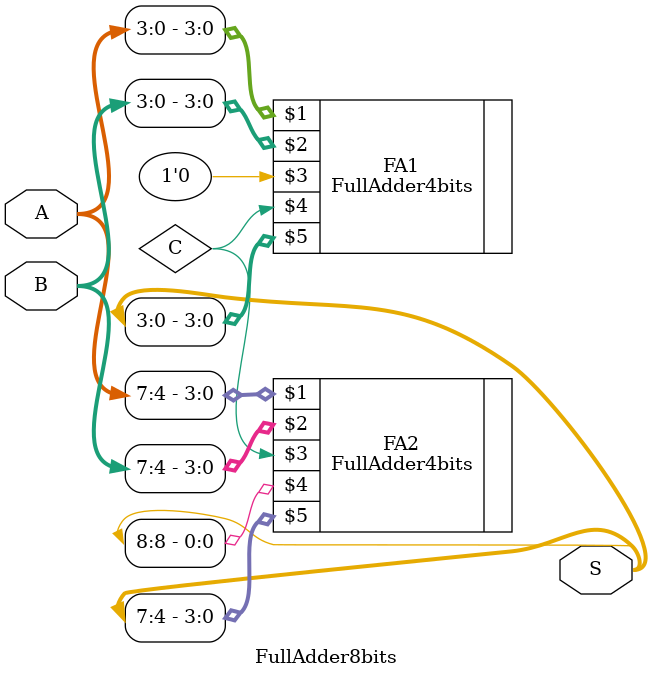
<source format=v>
`timescale 1ns / 1ps
module FullAdder8bits(
	input [7:0] A,B,
	output [8:0] S
    );
	 wire C;
FullAdder4bits FA1 (A[3:0],B[3:0],1'b0,C,S[3:0]);
FullAdder4bits FA2 (A[7:4],B[7:4],C,S[8],S[7:4]);

endmodule

</source>
